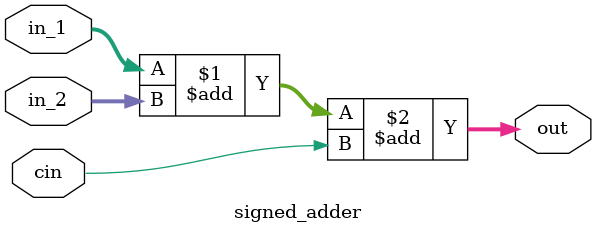
<source format=v>
module signed_adder
#(parameter WIDTH=16)
(
 input signed [2*WIDTH+5:0] in_1,
 input signed [2*WIDTH+5:0] in_2,
 input cin,
 output signed[2*WIDTH+5:0] out
);

 assign out = in_1 + in_2 + cin;

endmodule
</source>
